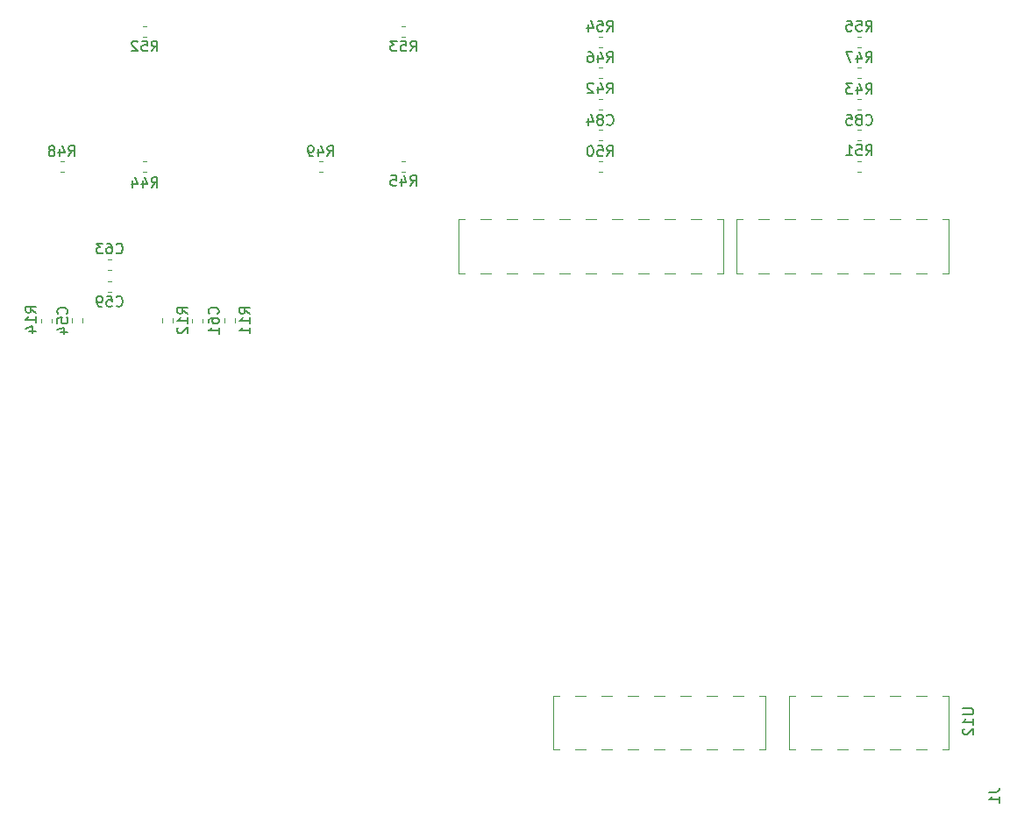
<source format=gbr>
G04 #@! TF.GenerationSoftware,KiCad,Pcbnew,(5.1.4)-1*
G04 #@! TF.CreationDate,2019-11-16T11:12:50+01:00*
G04 #@! TF.ProjectId,fpga_pedal,66706761-5f70-4656-9461-6c2e6b696361,rev?*
G04 #@! TF.SameCoordinates,Original*
G04 #@! TF.FileFunction,Legend,Bot*
G04 #@! TF.FilePolarity,Positive*
%FSLAX46Y46*%
G04 Gerber Fmt 4.6, Leading zero omitted, Abs format (unit mm)*
G04 Created by KiCad (PCBNEW (5.1.4)-1) date 2019-11-16 11:12:50*
%MOMM*%
%LPD*%
G04 APERTURE LIST*
%ADD10C,0.120000*%
%ADD11C,0.150000*%
G04 APERTURE END LIST*
D10*
X224671267Y-62690000D02*
X224328733Y-62690000D01*
X224671267Y-63710000D02*
X224328733Y-63710000D01*
X215420000Y-125530000D02*
X215420000Y-120330000D01*
X209770000Y-125530000D02*
X210790000Y-125530000D01*
X199610000Y-120330000D02*
X200630000Y-120330000D01*
X202150000Y-125530000D02*
X203170000Y-125530000D01*
X212310000Y-125530000D02*
X213330000Y-125530000D01*
X202150000Y-120330000D02*
X203170000Y-120330000D01*
X194980000Y-120330000D02*
X195550000Y-120330000D01*
X194980000Y-125530000D02*
X195550000Y-125530000D01*
X209770000Y-120330000D02*
X210790000Y-120330000D01*
X199610000Y-125530000D02*
X200630000Y-125530000D01*
X197070000Y-125530000D02*
X198090000Y-125530000D01*
X207230000Y-120330000D02*
X208250000Y-120330000D01*
X204690000Y-125530000D02*
X205710000Y-125530000D01*
X214850000Y-120330000D02*
X215420000Y-120330000D01*
X207230000Y-125530000D02*
X208250000Y-125530000D01*
X197070000Y-120330000D02*
X198090000Y-120330000D01*
X194980000Y-125530000D02*
X194980000Y-120330000D01*
X214850000Y-125530000D02*
X215420000Y-125530000D01*
X204690000Y-120330000D02*
X205710000Y-120330000D01*
X212310000Y-120330000D02*
X213330000Y-120330000D01*
X232550000Y-125530000D02*
X233120000Y-125530000D01*
X219850000Y-125530000D02*
X220870000Y-125530000D01*
X222390000Y-125530000D02*
X223410000Y-125530000D01*
X222390000Y-120330000D02*
X223410000Y-120330000D01*
X224930000Y-125530000D02*
X225950000Y-125530000D01*
X224930000Y-120330000D02*
X225950000Y-120330000D01*
X232550000Y-120330000D02*
X233120000Y-120330000D01*
X219850000Y-120330000D02*
X220870000Y-120330000D01*
X217760000Y-120330000D02*
X218330000Y-120330000D01*
X217760000Y-125530000D02*
X218330000Y-125530000D01*
X217760000Y-125530000D02*
X217760000Y-120330000D01*
X233120000Y-125530000D02*
X233120000Y-120330000D01*
X227470000Y-125530000D02*
X228490000Y-125530000D01*
X230010000Y-125530000D02*
X231030000Y-125530000D01*
X230010000Y-120330000D02*
X231030000Y-120330000D01*
X227470000Y-120330000D02*
X228490000Y-120330000D01*
X185820000Y-79520000D02*
X186390000Y-79520000D01*
X195530000Y-74320000D02*
X196550000Y-74320000D01*
X198070000Y-74320000D02*
X199090000Y-74320000D01*
X200610000Y-79520000D02*
X201630000Y-79520000D01*
X200610000Y-74320000D02*
X201630000Y-74320000D01*
X210770000Y-79520000D02*
X211340000Y-79520000D01*
X187910000Y-79520000D02*
X188930000Y-79520000D01*
X190450000Y-79520000D02*
X191470000Y-79520000D01*
X192990000Y-79520000D02*
X194010000Y-79520000D01*
X192990000Y-74320000D02*
X194010000Y-74320000D01*
X205690000Y-79520000D02*
X206710000Y-79520000D01*
X211340000Y-79520000D02*
X211340000Y-74320000D01*
X208230000Y-74320000D02*
X209250000Y-74320000D01*
X185820000Y-79520000D02*
X185820000Y-74320000D01*
X185820000Y-74320000D02*
X186390000Y-74320000D01*
X190450000Y-74320000D02*
X191470000Y-74320000D01*
X195530000Y-79520000D02*
X196550000Y-79520000D01*
X205690000Y-74320000D02*
X206710000Y-74320000D01*
X208230000Y-79520000D02*
X209250000Y-79520000D01*
X203150000Y-74320000D02*
X204170000Y-74320000D01*
X198070000Y-79520000D02*
X199090000Y-79520000D01*
X203150000Y-79520000D02*
X204170000Y-79520000D01*
X210770000Y-74320000D02*
X211340000Y-74320000D01*
X187910000Y-74320000D02*
X188930000Y-74320000D01*
X232550000Y-74320000D02*
X233120000Y-74320000D01*
X224930000Y-74320000D02*
X225950000Y-74320000D01*
X214770000Y-79520000D02*
X215790000Y-79520000D01*
X227470000Y-74320000D02*
X228490000Y-74320000D01*
X230010000Y-74320000D02*
X231030000Y-74320000D01*
X224930000Y-79520000D02*
X225950000Y-79520000D01*
X214770000Y-74320000D02*
X215790000Y-74320000D01*
X217310000Y-79520000D02*
X218330000Y-79520000D01*
X219850000Y-74320000D02*
X220870000Y-74320000D01*
X230010000Y-79520000D02*
X231030000Y-79520000D01*
X222390000Y-74320000D02*
X223410000Y-74320000D01*
X227470000Y-79520000D02*
X228490000Y-79520000D01*
X233120000Y-79520000D02*
X233120000Y-74320000D01*
X212680000Y-74320000D02*
X213250000Y-74320000D01*
X212680000Y-79520000D02*
X212680000Y-74320000D01*
X212680000Y-79520000D02*
X213250000Y-79520000D01*
X232550000Y-79520000D02*
X233120000Y-79520000D01*
X217310000Y-74320000D02*
X218330000Y-74320000D01*
X219850000Y-79520000D02*
X220870000Y-79520000D01*
X222390000Y-79520000D02*
X223410000Y-79520000D01*
X151928733Y-80290000D02*
X152271267Y-80290000D01*
X151928733Y-81310000D02*
X152271267Y-81310000D01*
X146510000Y-83968733D02*
X146510000Y-84311267D01*
X145490000Y-83968733D02*
X145490000Y-84311267D01*
X158210000Y-83918733D02*
X158210000Y-84261267D01*
X157190000Y-83918733D02*
X157190000Y-84261267D01*
X164210000Y-83918733D02*
X164210000Y-84261267D01*
X163190000Y-83918733D02*
X163190000Y-84261267D01*
X151928733Y-78190000D02*
X152271267Y-78190000D01*
X151928733Y-79210000D02*
X152271267Y-79210000D01*
X161110000Y-83928733D02*
X161110000Y-84271267D01*
X160090000Y-83928733D02*
X160090000Y-84271267D01*
X148490000Y-84261267D02*
X148490000Y-83918733D01*
X149510000Y-84261267D02*
X149510000Y-83918733D01*
X199671267Y-65690000D02*
X199328733Y-65690000D01*
X199671267Y-66710000D02*
X199328733Y-66710000D01*
X224671267Y-66710000D02*
X224328733Y-66710000D01*
X224671267Y-65690000D02*
X224328733Y-65690000D01*
X199671267Y-63710000D02*
X199328733Y-63710000D01*
X199671267Y-62690000D02*
X199328733Y-62690000D01*
X155328733Y-68690000D02*
X155671267Y-68690000D01*
X155328733Y-69710000D02*
X155671267Y-69710000D01*
X180328733Y-68690000D02*
X180671267Y-68690000D01*
X180328733Y-69710000D02*
X180671267Y-69710000D01*
X199328733Y-59690000D02*
X199671267Y-59690000D01*
X199328733Y-60710000D02*
X199671267Y-60710000D01*
X224328733Y-60710000D02*
X224671267Y-60710000D01*
X224328733Y-59690000D02*
X224671267Y-59690000D01*
X147671267Y-68690000D02*
X147328733Y-68690000D01*
X147671267Y-69710000D02*
X147328733Y-69710000D01*
X172671267Y-68690000D02*
X172328733Y-68690000D01*
X172671267Y-69710000D02*
X172328733Y-69710000D01*
X199671267Y-68690000D02*
X199328733Y-68690000D01*
X199671267Y-69710000D02*
X199328733Y-69710000D01*
X224671267Y-69710000D02*
X224328733Y-69710000D01*
X224671267Y-68690000D02*
X224328733Y-68690000D01*
X155328733Y-56710000D02*
X155671267Y-56710000D01*
X155328733Y-55690000D02*
X155671267Y-55690000D01*
X180328733Y-55690000D02*
X180671267Y-55690000D01*
X180328733Y-56710000D02*
X180671267Y-56710000D01*
X199328733Y-57710000D02*
X199671267Y-57710000D01*
X199328733Y-56690000D02*
X199671267Y-56690000D01*
X224328733Y-56690000D02*
X224671267Y-56690000D01*
X224328733Y-57710000D02*
X224671267Y-57710000D01*
D11*
X225142857Y-62222380D02*
X225476190Y-61746190D01*
X225714285Y-62222380D02*
X225714285Y-61222380D01*
X225333333Y-61222380D01*
X225238095Y-61270000D01*
X225190476Y-61317619D01*
X225142857Y-61412857D01*
X225142857Y-61555714D01*
X225190476Y-61650952D01*
X225238095Y-61698571D01*
X225333333Y-61746190D01*
X225714285Y-61746190D01*
X224285714Y-61555714D02*
X224285714Y-62222380D01*
X224523809Y-61174761D02*
X224761904Y-61889047D01*
X224142857Y-61889047D01*
X223857142Y-61222380D02*
X223238095Y-61222380D01*
X223571428Y-61603333D01*
X223428571Y-61603333D01*
X223333333Y-61650952D01*
X223285714Y-61698571D01*
X223238095Y-61793809D01*
X223238095Y-62031904D01*
X223285714Y-62127142D01*
X223333333Y-62174761D01*
X223428571Y-62222380D01*
X223714285Y-62222380D01*
X223809523Y-62174761D01*
X223857142Y-62127142D01*
X237012380Y-129676666D02*
X237726666Y-129676666D01*
X237869523Y-129629047D01*
X237964761Y-129533809D01*
X238012380Y-129390952D01*
X238012380Y-129295714D01*
X238012380Y-130676666D02*
X238012380Y-130105238D01*
X238012380Y-130390952D02*
X237012380Y-130390952D01*
X237155238Y-130295714D01*
X237250476Y-130200476D01*
X237298095Y-130105238D01*
X234522380Y-121591904D02*
X235331904Y-121591904D01*
X235427142Y-121639523D01*
X235474761Y-121687142D01*
X235522380Y-121782380D01*
X235522380Y-121972857D01*
X235474761Y-122068095D01*
X235427142Y-122115714D01*
X235331904Y-122163333D01*
X234522380Y-122163333D01*
X235522380Y-123163333D02*
X235522380Y-122591904D01*
X235522380Y-122877619D02*
X234522380Y-122877619D01*
X234665238Y-122782380D01*
X234760476Y-122687142D01*
X234808095Y-122591904D01*
X234617619Y-123544285D02*
X234570000Y-123591904D01*
X234522380Y-123687142D01*
X234522380Y-123925238D01*
X234570000Y-124020476D01*
X234617619Y-124068095D01*
X234712857Y-124115714D01*
X234808095Y-124115714D01*
X234950952Y-124068095D01*
X235522380Y-123496666D01*
X235522380Y-124115714D01*
X152742857Y-82657142D02*
X152790476Y-82704761D01*
X152933333Y-82752380D01*
X153028571Y-82752380D01*
X153171428Y-82704761D01*
X153266666Y-82609523D01*
X153314285Y-82514285D01*
X153361904Y-82323809D01*
X153361904Y-82180952D01*
X153314285Y-81990476D01*
X153266666Y-81895238D01*
X153171428Y-81800000D01*
X153028571Y-81752380D01*
X152933333Y-81752380D01*
X152790476Y-81800000D01*
X152742857Y-81847619D01*
X151838095Y-81752380D02*
X152314285Y-81752380D01*
X152361904Y-82228571D01*
X152314285Y-82180952D01*
X152219047Y-82133333D01*
X151980952Y-82133333D01*
X151885714Y-82180952D01*
X151838095Y-82228571D01*
X151790476Y-82323809D01*
X151790476Y-82561904D01*
X151838095Y-82657142D01*
X151885714Y-82704761D01*
X151980952Y-82752380D01*
X152219047Y-82752380D01*
X152314285Y-82704761D01*
X152361904Y-82657142D01*
X151314285Y-82752380D02*
X151123809Y-82752380D01*
X151028571Y-82704761D01*
X150980952Y-82657142D01*
X150885714Y-82514285D01*
X150838095Y-82323809D01*
X150838095Y-81942857D01*
X150885714Y-81847619D01*
X150933333Y-81800000D01*
X151028571Y-81752380D01*
X151219047Y-81752380D01*
X151314285Y-81800000D01*
X151361904Y-81847619D01*
X151409523Y-81942857D01*
X151409523Y-82180952D01*
X151361904Y-82276190D01*
X151314285Y-82323809D01*
X151219047Y-82371428D01*
X151028571Y-82371428D01*
X150933333Y-82323809D01*
X150885714Y-82276190D01*
X150838095Y-82180952D01*
X145002380Y-83347142D02*
X144526190Y-83013809D01*
X145002380Y-82775714D02*
X144002380Y-82775714D01*
X144002380Y-83156666D01*
X144050000Y-83251904D01*
X144097619Y-83299523D01*
X144192857Y-83347142D01*
X144335714Y-83347142D01*
X144430952Y-83299523D01*
X144478571Y-83251904D01*
X144526190Y-83156666D01*
X144526190Y-82775714D01*
X145002380Y-84299523D02*
X145002380Y-83728095D01*
X145002380Y-84013809D02*
X144002380Y-84013809D01*
X144145238Y-83918571D01*
X144240476Y-83823333D01*
X144288095Y-83728095D01*
X144335714Y-85156666D02*
X145002380Y-85156666D01*
X143954761Y-84918571D02*
X144669047Y-84680476D01*
X144669047Y-85299523D01*
X159652380Y-83447142D02*
X159176190Y-83113809D01*
X159652380Y-82875714D02*
X158652380Y-82875714D01*
X158652380Y-83256666D01*
X158700000Y-83351904D01*
X158747619Y-83399523D01*
X158842857Y-83447142D01*
X158985714Y-83447142D01*
X159080952Y-83399523D01*
X159128571Y-83351904D01*
X159176190Y-83256666D01*
X159176190Y-82875714D01*
X159652380Y-84399523D02*
X159652380Y-83828095D01*
X159652380Y-84113809D02*
X158652380Y-84113809D01*
X158795238Y-84018571D01*
X158890476Y-83923333D01*
X158938095Y-83828095D01*
X158747619Y-84780476D02*
X158700000Y-84828095D01*
X158652380Y-84923333D01*
X158652380Y-85161428D01*
X158700000Y-85256666D01*
X158747619Y-85304285D01*
X158842857Y-85351904D01*
X158938095Y-85351904D01*
X159080952Y-85304285D01*
X159652380Y-84732857D01*
X159652380Y-85351904D01*
X165652380Y-83447142D02*
X165176190Y-83113809D01*
X165652380Y-82875714D02*
X164652380Y-82875714D01*
X164652380Y-83256666D01*
X164700000Y-83351904D01*
X164747619Y-83399523D01*
X164842857Y-83447142D01*
X164985714Y-83447142D01*
X165080952Y-83399523D01*
X165128571Y-83351904D01*
X165176190Y-83256666D01*
X165176190Y-82875714D01*
X165652380Y-84399523D02*
X165652380Y-83828095D01*
X165652380Y-84113809D02*
X164652380Y-84113809D01*
X164795238Y-84018571D01*
X164890476Y-83923333D01*
X164938095Y-83828095D01*
X165652380Y-85351904D02*
X165652380Y-84780476D01*
X165652380Y-85066190D02*
X164652380Y-85066190D01*
X164795238Y-84970952D01*
X164890476Y-84875714D01*
X164938095Y-84780476D01*
X152742857Y-77557142D02*
X152790476Y-77604761D01*
X152933333Y-77652380D01*
X153028571Y-77652380D01*
X153171428Y-77604761D01*
X153266666Y-77509523D01*
X153314285Y-77414285D01*
X153361904Y-77223809D01*
X153361904Y-77080952D01*
X153314285Y-76890476D01*
X153266666Y-76795238D01*
X153171428Y-76700000D01*
X153028571Y-76652380D01*
X152933333Y-76652380D01*
X152790476Y-76700000D01*
X152742857Y-76747619D01*
X151885714Y-76652380D02*
X152076190Y-76652380D01*
X152171428Y-76700000D01*
X152219047Y-76747619D01*
X152314285Y-76890476D01*
X152361904Y-77080952D01*
X152361904Y-77461904D01*
X152314285Y-77557142D01*
X152266666Y-77604761D01*
X152171428Y-77652380D01*
X151980952Y-77652380D01*
X151885714Y-77604761D01*
X151838095Y-77557142D01*
X151790476Y-77461904D01*
X151790476Y-77223809D01*
X151838095Y-77128571D01*
X151885714Y-77080952D01*
X151980952Y-77033333D01*
X152171428Y-77033333D01*
X152266666Y-77080952D01*
X152314285Y-77128571D01*
X152361904Y-77223809D01*
X151457142Y-76652380D02*
X150838095Y-76652380D01*
X151171428Y-77033333D01*
X151028571Y-77033333D01*
X150933333Y-77080952D01*
X150885714Y-77128571D01*
X150838095Y-77223809D01*
X150838095Y-77461904D01*
X150885714Y-77557142D01*
X150933333Y-77604761D01*
X151028571Y-77652380D01*
X151314285Y-77652380D01*
X151409523Y-77604761D01*
X151457142Y-77557142D01*
X162557142Y-83457142D02*
X162604761Y-83409523D01*
X162652380Y-83266666D01*
X162652380Y-83171428D01*
X162604761Y-83028571D01*
X162509523Y-82933333D01*
X162414285Y-82885714D01*
X162223809Y-82838095D01*
X162080952Y-82838095D01*
X161890476Y-82885714D01*
X161795238Y-82933333D01*
X161700000Y-83028571D01*
X161652380Y-83171428D01*
X161652380Y-83266666D01*
X161700000Y-83409523D01*
X161747619Y-83457142D01*
X161652380Y-84314285D02*
X161652380Y-84123809D01*
X161700000Y-84028571D01*
X161747619Y-83980952D01*
X161890476Y-83885714D01*
X162080952Y-83838095D01*
X162461904Y-83838095D01*
X162557142Y-83885714D01*
X162604761Y-83933333D01*
X162652380Y-84028571D01*
X162652380Y-84219047D01*
X162604761Y-84314285D01*
X162557142Y-84361904D01*
X162461904Y-84409523D01*
X162223809Y-84409523D01*
X162128571Y-84361904D01*
X162080952Y-84314285D01*
X162033333Y-84219047D01*
X162033333Y-84028571D01*
X162080952Y-83933333D01*
X162128571Y-83885714D01*
X162223809Y-83838095D01*
X162652380Y-85361904D02*
X162652380Y-84790476D01*
X162652380Y-85076190D02*
X161652380Y-85076190D01*
X161795238Y-84980952D01*
X161890476Y-84885714D01*
X161938095Y-84790476D01*
X147957142Y-83447142D02*
X148004761Y-83399523D01*
X148052380Y-83256666D01*
X148052380Y-83161428D01*
X148004761Y-83018571D01*
X147909523Y-82923333D01*
X147814285Y-82875714D01*
X147623809Y-82828095D01*
X147480952Y-82828095D01*
X147290476Y-82875714D01*
X147195238Y-82923333D01*
X147100000Y-83018571D01*
X147052380Y-83161428D01*
X147052380Y-83256666D01*
X147100000Y-83399523D01*
X147147619Y-83447142D01*
X147052380Y-84351904D02*
X147052380Y-83875714D01*
X147528571Y-83828095D01*
X147480952Y-83875714D01*
X147433333Y-83970952D01*
X147433333Y-84209047D01*
X147480952Y-84304285D01*
X147528571Y-84351904D01*
X147623809Y-84399523D01*
X147861904Y-84399523D01*
X147957142Y-84351904D01*
X148004761Y-84304285D01*
X148052380Y-84209047D01*
X148052380Y-83970952D01*
X148004761Y-83875714D01*
X147957142Y-83828095D01*
X147385714Y-85256666D02*
X148052380Y-85256666D01*
X147004761Y-85018571D02*
X147719047Y-84780476D01*
X147719047Y-85399523D01*
X200142857Y-65127142D02*
X200190476Y-65174761D01*
X200333333Y-65222380D01*
X200428571Y-65222380D01*
X200571428Y-65174761D01*
X200666666Y-65079523D01*
X200714285Y-64984285D01*
X200761904Y-64793809D01*
X200761904Y-64650952D01*
X200714285Y-64460476D01*
X200666666Y-64365238D01*
X200571428Y-64270000D01*
X200428571Y-64222380D01*
X200333333Y-64222380D01*
X200190476Y-64270000D01*
X200142857Y-64317619D01*
X199571428Y-64650952D02*
X199666666Y-64603333D01*
X199714285Y-64555714D01*
X199761904Y-64460476D01*
X199761904Y-64412857D01*
X199714285Y-64317619D01*
X199666666Y-64270000D01*
X199571428Y-64222380D01*
X199380952Y-64222380D01*
X199285714Y-64270000D01*
X199238095Y-64317619D01*
X199190476Y-64412857D01*
X199190476Y-64460476D01*
X199238095Y-64555714D01*
X199285714Y-64603333D01*
X199380952Y-64650952D01*
X199571428Y-64650952D01*
X199666666Y-64698571D01*
X199714285Y-64746190D01*
X199761904Y-64841428D01*
X199761904Y-65031904D01*
X199714285Y-65127142D01*
X199666666Y-65174761D01*
X199571428Y-65222380D01*
X199380952Y-65222380D01*
X199285714Y-65174761D01*
X199238095Y-65127142D01*
X199190476Y-65031904D01*
X199190476Y-64841428D01*
X199238095Y-64746190D01*
X199285714Y-64698571D01*
X199380952Y-64650952D01*
X198333333Y-64555714D02*
X198333333Y-65222380D01*
X198571428Y-64174761D02*
X198809523Y-64889047D01*
X198190476Y-64889047D01*
X225142857Y-65127142D02*
X225190476Y-65174761D01*
X225333333Y-65222380D01*
X225428571Y-65222380D01*
X225571428Y-65174761D01*
X225666666Y-65079523D01*
X225714285Y-64984285D01*
X225761904Y-64793809D01*
X225761904Y-64650952D01*
X225714285Y-64460476D01*
X225666666Y-64365238D01*
X225571428Y-64270000D01*
X225428571Y-64222380D01*
X225333333Y-64222380D01*
X225190476Y-64270000D01*
X225142857Y-64317619D01*
X224571428Y-64650952D02*
X224666666Y-64603333D01*
X224714285Y-64555714D01*
X224761904Y-64460476D01*
X224761904Y-64412857D01*
X224714285Y-64317619D01*
X224666666Y-64270000D01*
X224571428Y-64222380D01*
X224380952Y-64222380D01*
X224285714Y-64270000D01*
X224238095Y-64317619D01*
X224190476Y-64412857D01*
X224190476Y-64460476D01*
X224238095Y-64555714D01*
X224285714Y-64603333D01*
X224380952Y-64650952D01*
X224571428Y-64650952D01*
X224666666Y-64698571D01*
X224714285Y-64746190D01*
X224761904Y-64841428D01*
X224761904Y-65031904D01*
X224714285Y-65127142D01*
X224666666Y-65174761D01*
X224571428Y-65222380D01*
X224380952Y-65222380D01*
X224285714Y-65174761D01*
X224238095Y-65127142D01*
X224190476Y-65031904D01*
X224190476Y-64841428D01*
X224238095Y-64746190D01*
X224285714Y-64698571D01*
X224380952Y-64650952D01*
X223285714Y-64222380D02*
X223761904Y-64222380D01*
X223809523Y-64698571D01*
X223761904Y-64650952D01*
X223666666Y-64603333D01*
X223428571Y-64603333D01*
X223333333Y-64650952D01*
X223285714Y-64698571D01*
X223238095Y-64793809D01*
X223238095Y-65031904D01*
X223285714Y-65127142D01*
X223333333Y-65174761D01*
X223428571Y-65222380D01*
X223666666Y-65222380D01*
X223761904Y-65174761D01*
X223809523Y-65127142D01*
X200142857Y-62152380D02*
X200476190Y-61676190D01*
X200714285Y-62152380D02*
X200714285Y-61152380D01*
X200333333Y-61152380D01*
X200238095Y-61200000D01*
X200190476Y-61247619D01*
X200142857Y-61342857D01*
X200142857Y-61485714D01*
X200190476Y-61580952D01*
X200238095Y-61628571D01*
X200333333Y-61676190D01*
X200714285Y-61676190D01*
X199285714Y-61485714D02*
X199285714Y-62152380D01*
X199523809Y-61104761D02*
X199761904Y-61819047D01*
X199142857Y-61819047D01*
X198809523Y-61247619D02*
X198761904Y-61200000D01*
X198666666Y-61152380D01*
X198428571Y-61152380D01*
X198333333Y-61200000D01*
X198285714Y-61247619D01*
X198238095Y-61342857D01*
X198238095Y-61438095D01*
X198285714Y-61580952D01*
X198857142Y-62152380D01*
X198238095Y-62152380D01*
X156142857Y-71252380D02*
X156476190Y-70776190D01*
X156714285Y-71252380D02*
X156714285Y-70252380D01*
X156333333Y-70252380D01*
X156238095Y-70300000D01*
X156190476Y-70347619D01*
X156142857Y-70442857D01*
X156142857Y-70585714D01*
X156190476Y-70680952D01*
X156238095Y-70728571D01*
X156333333Y-70776190D01*
X156714285Y-70776190D01*
X155285714Y-70585714D02*
X155285714Y-71252380D01*
X155523809Y-70204761D02*
X155761904Y-70919047D01*
X155142857Y-70919047D01*
X154333333Y-70585714D02*
X154333333Y-71252380D01*
X154571428Y-70204761D02*
X154809523Y-70919047D01*
X154190476Y-70919047D01*
X181142857Y-71082380D02*
X181476190Y-70606190D01*
X181714285Y-71082380D02*
X181714285Y-70082380D01*
X181333333Y-70082380D01*
X181238095Y-70130000D01*
X181190476Y-70177619D01*
X181142857Y-70272857D01*
X181142857Y-70415714D01*
X181190476Y-70510952D01*
X181238095Y-70558571D01*
X181333333Y-70606190D01*
X181714285Y-70606190D01*
X180285714Y-70415714D02*
X180285714Y-71082380D01*
X180523809Y-70034761D02*
X180761904Y-70749047D01*
X180142857Y-70749047D01*
X179285714Y-70082380D02*
X179761904Y-70082380D01*
X179809523Y-70558571D01*
X179761904Y-70510952D01*
X179666666Y-70463333D01*
X179428571Y-70463333D01*
X179333333Y-70510952D01*
X179285714Y-70558571D01*
X179238095Y-70653809D01*
X179238095Y-70891904D01*
X179285714Y-70987142D01*
X179333333Y-71034761D01*
X179428571Y-71082380D01*
X179666666Y-71082380D01*
X179761904Y-71034761D01*
X179809523Y-70987142D01*
X200142857Y-59152380D02*
X200476190Y-58676190D01*
X200714285Y-59152380D02*
X200714285Y-58152380D01*
X200333333Y-58152380D01*
X200238095Y-58200000D01*
X200190476Y-58247619D01*
X200142857Y-58342857D01*
X200142857Y-58485714D01*
X200190476Y-58580952D01*
X200238095Y-58628571D01*
X200333333Y-58676190D01*
X200714285Y-58676190D01*
X199285714Y-58485714D02*
X199285714Y-59152380D01*
X199523809Y-58104761D02*
X199761904Y-58819047D01*
X199142857Y-58819047D01*
X198333333Y-58152380D02*
X198523809Y-58152380D01*
X198619047Y-58200000D01*
X198666666Y-58247619D01*
X198761904Y-58390476D01*
X198809523Y-58580952D01*
X198809523Y-58961904D01*
X198761904Y-59057142D01*
X198714285Y-59104761D01*
X198619047Y-59152380D01*
X198428571Y-59152380D01*
X198333333Y-59104761D01*
X198285714Y-59057142D01*
X198238095Y-58961904D01*
X198238095Y-58723809D01*
X198285714Y-58628571D01*
X198333333Y-58580952D01*
X198428571Y-58533333D01*
X198619047Y-58533333D01*
X198714285Y-58580952D01*
X198761904Y-58628571D01*
X198809523Y-58723809D01*
X225142857Y-59152380D02*
X225476190Y-58676190D01*
X225714285Y-59152380D02*
X225714285Y-58152380D01*
X225333333Y-58152380D01*
X225238095Y-58200000D01*
X225190476Y-58247619D01*
X225142857Y-58342857D01*
X225142857Y-58485714D01*
X225190476Y-58580952D01*
X225238095Y-58628571D01*
X225333333Y-58676190D01*
X225714285Y-58676190D01*
X224285714Y-58485714D02*
X224285714Y-59152380D01*
X224523809Y-58104761D02*
X224761904Y-58819047D01*
X224142857Y-58819047D01*
X223857142Y-58152380D02*
X223190476Y-58152380D01*
X223619047Y-59152380D01*
X148142857Y-68222380D02*
X148476190Y-67746190D01*
X148714285Y-68222380D02*
X148714285Y-67222380D01*
X148333333Y-67222380D01*
X148238095Y-67270000D01*
X148190476Y-67317619D01*
X148142857Y-67412857D01*
X148142857Y-67555714D01*
X148190476Y-67650952D01*
X148238095Y-67698571D01*
X148333333Y-67746190D01*
X148714285Y-67746190D01*
X147285714Y-67555714D02*
X147285714Y-68222380D01*
X147523809Y-67174761D02*
X147761904Y-67889047D01*
X147142857Y-67889047D01*
X146619047Y-67650952D02*
X146714285Y-67603333D01*
X146761904Y-67555714D01*
X146809523Y-67460476D01*
X146809523Y-67412857D01*
X146761904Y-67317619D01*
X146714285Y-67270000D01*
X146619047Y-67222380D01*
X146428571Y-67222380D01*
X146333333Y-67270000D01*
X146285714Y-67317619D01*
X146238095Y-67412857D01*
X146238095Y-67460476D01*
X146285714Y-67555714D01*
X146333333Y-67603333D01*
X146428571Y-67650952D01*
X146619047Y-67650952D01*
X146714285Y-67698571D01*
X146761904Y-67746190D01*
X146809523Y-67841428D01*
X146809523Y-68031904D01*
X146761904Y-68127142D01*
X146714285Y-68174761D01*
X146619047Y-68222380D01*
X146428571Y-68222380D01*
X146333333Y-68174761D01*
X146285714Y-68127142D01*
X146238095Y-68031904D01*
X146238095Y-67841428D01*
X146285714Y-67746190D01*
X146333333Y-67698571D01*
X146428571Y-67650952D01*
X173142857Y-68222380D02*
X173476190Y-67746190D01*
X173714285Y-68222380D02*
X173714285Y-67222380D01*
X173333333Y-67222380D01*
X173238095Y-67270000D01*
X173190476Y-67317619D01*
X173142857Y-67412857D01*
X173142857Y-67555714D01*
X173190476Y-67650952D01*
X173238095Y-67698571D01*
X173333333Y-67746190D01*
X173714285Y-67746190D01*
X172285714Y-67555714D02*
X172285714Y-68222380D01*
X172523809Y-67174761D02*
X172761904Y-67889047D01*
X172142857Y-67889047D01*
X171714285Y-68222380D02*
X171523809Y-68222380D01*
X171428571Y-68174761D01*
X171380952Y-68127142D01*
X171285714Y-67984285D01*
X171238095Y-67793809D01*
X171238095Y-67412857D01*
X171285714Y-67317619D01*
X171333333Y-67270000D01*
X171428571Y-67222380D01*
X171619047Y-67222380D01*
X171714285Y-67270000D01*
X171761904Y-67317619D01*
X171809523Y-67412857D01*
X171809523Y-67650952D01*
X171761904Y-67746190D01*
X171714285Y-67793809D01*
X171619047Y-67841428D01*
X171428571Y-67841428D01*
X171333333Y-67793809D01*
X171285714Y-67746190D01*
X171238095Y-67650952D01*
X200142857Y-68222380D02*
X200476190Y-67746190D01*
X200714285Y-68222380D02*
X200714285Y-67222380D01*
X200333333Y-67222380D01*
X200238095Y-67270000D01*
X200190476Y-67317619D01*
X200142857Y-67412857D01*
X200142857Y-67555714D01*
X200190476Y-67650952D01*
X200238095Y-67698571D01*
X200333333Y-67746190D01*
X200714285Y-67746190D01*
X199238095Y-67222380D02*
X199714285Y-67222380D01*
X199761904Y-67698571D01*
X199714285Y-67650952D01*
X199619047Y-67603333D01*
X199380952Y-67603333D01*
X199285714Y-67650952D01*
X199238095Y-67698571D01*
X199190476Y-67793809D01*
X199190476Y-68031904D01*
X199238095Y-68127142D01*
X199285714Y-68174761D01*
X199380952Y-68222380D01*
X199619047Y-68222380D01*
X199714285Y-68174761D01*
X199761904Y-68127142D01*
X198571428Y-67222380D02*
X198476190Y-67222380D01*
X198380952Y-67270000D01*
X198333333Y-67317619D01*
X198285714Y-67412857D01*
X198238095Y-67603333D01*
X198238095Y-67841428D01*
X198285714Y-68031904D01*
X198333333Y-68127142D01*
X198380952Y-68174761D01*
X198476190Y-68222380D01*
X198571428Y-68222380D01*
X198666666Y-68174761D01*
X198714285Y-68127142D01*
X198761904Y-68031904D01*
X198809523Y-67841428D01*
X198809523Y-67603333D01*
X198761904Y-67412857D01*
X198714285Y-67317619D01*
X198666666Y-67270000D01*
X198571428Y-67222380D01*
X225142857Y-68152380D02*
X225476190Y-67676190D01*
X225714285Y-68152380D02*
X225714285Y-67152380D01*
X225333333Y-67152380D01*
X225238095Y-67200000D01*
X225190476Y-67247619D01*
X225142857Y-67342857D01*
X225142857Y-67485714D01*
X225190476Y-67580952D01*
X225238095Y-67628571D01*
X225333333Y-67676190D01*
X225714285Y-67676190D01*
X224238095Y-67152380D02*
X224714285Y-67152380D01*
X224761904Y-67628571D01*
X224714285Y-67580952D01*
X224619047Y-67533333D01*
X224380952Y-67533333D01*
X224285714Y-67580952D01*
X224238095Y-67628571D01*
X224190476Y-67723809D01*
X224190476Y-67961904D01*
X224238095Y-68057142D01*
X224285714Y-68104761D01*
X224380952Y-68152380D01*
X224619047Y-68152380D01*
X224714285Y-68104761D01*
X224761904Y-68057142D01*
X223238095Y-68152380D02*
X223809523Y-68152380D01*
X223523809Y-68152380D02*
X223523809Y-67152380D01*
X223619047Y-67295238D01*
X223714285Y-67390476D01*
X223809523Y-67438095D01*
X156142857Y-58082380D02*
X156476190Y-57606190D01*
X156714285Y-58082380D02*
X156714285Y-57082380D01*
X156333333Y-57082380D01*
X156238095Y-57130000D01*
X156190476Y-57177619D01*
X156142857Y-57272857D01*
X156142857Y-57415714D01*
X156190476Y-57510952D01*
X156238095Y-57558571D01*
X156333333Y-57606190D01*
X156714285Y-57606190D01*
X155238095Y-57082380D02*
X155714285Y-57082380D01*
X155761904Y-57558571D01*
X155714285Y-57510952D01*
X155619047Y-57463333D01*
X155380952Y-57463333D01*
X155285714Y-57510952D01*
X155238095Y-57558571D01*
X155190476Y-57653809D01*
X155190476Y-57891904D01*
X155238095Y-57987142D01*
X155285714Y-58034761D01*
X155380952Y-58082380D01*
X155619047Y-58082380D01*
X155714285Y-58034761D01*
X155761904Y-57987142D01*
X154809523Y-57177619D02*
X154761904Y-57130000D01*
X154666666Y-57082380D01*
X154428571Y-57082380D01*
X154333333Y-57130000D01*
X154285714Y-57177619D01*
X154238095Y-57272857D01*
X154238095Y-57368095D01*
X154285714Y-57510952D01*
X154857142Y-58082380D01*
X154238095Y-58082380D01*
X181142857Y-58082380D02*
X181476190Y-57606190D01*
X181714285Y-58082380D02*
X181714285Y-57082380D01*
X181333333Y-57082380D01*
X181238095Y-57130000D01*
X181190476Y-57177619D01*
X181142857Y-57272857D01*
X181142857Y-57415714D01*
X181190476Y-57510952D01*
X181238095Y-57558571D01*
X181333333Y-57606190D01*
X181714285Y-57606190D01*
X180238095Y-57082380D02*
X180714285Y-57082380D01*
X180761904Y-57558571D01*
X180714285Y-57510952D01*
X180619047Y-57463333D01*
X180380952Y-57463333D01*
X180285714Y-57510952D01*
X180238095Y-57558571D01*
X180190476Y-57653809D01*
X180190476Y-57891904D01*
X180238095Y-57987142D01*
X180285714Y-58034761D01*
X180380952Y-58082380D01*
X180619047Y-58082380D01*
X180714285Y-58034761D01*
X180761904Y-57987142D01*
X179857142Y-57082380D02*
X179238095Y-57082380D01*
X179571428Y-57463333D01*
X179428571Y-57463333D01*
X179333333Y-57510952D01*
X179285714Y-57558571D01*
X179238095Y-57653809D01*
X179238095Y-57891904D01*
X179285714Y-57987142D01*
X179333333Y-58034761D01*
X179428571Y-58082380D01*
X179714285Y-58082380D01*
X179809523Y-58034761D01*
X179857142Y-57987142D01*
X200142857Y-56152380D02*
X200476190Y-55676190D01*
X200714285Y-56152380D02*
X200714285Y-55152380D01*
X200333333Y-55152380D01*
X200238095Y-55200000D01*
X200190476Y-55247619D01*
X200142857Y-55342857D01*
X200142857Y-55485714D01*
X200190476Y-55580952D01*
X200238095Y-55628571D01*
X200333333Y-55676190D01*
X200714285Y-55676190D01*
X199238095Y-55152380D02*
X199714285Y-55152380D01*
X199761904Y-55628571D01*
X199714285Y-55580952D01*
X199619047Y-55533333D01*
X199380952Y-55533333D01*
X199285714Y-55580952D01*
X199238095Y-55628571D01*
X199190476Y-55723809D01*
X199190476Y-55961904D01*
X199238095Y-56057142D01*
X199285714Y-56104761D01*
X199380952Y-56152380D01*
X199619047Y-56152380D01*
X199714285Y-56104761D01*
X199761904Y-56057142D01*
X198333333Y-55485714D02*
X198333333Y-56152380D01*
X198571428Y-55104761D02*
X198809523Y-55819047D01*
X198190476Y-55819047D01*
X225142857Y-56152380D02*
X225476190Y-55676190D01*
X225714285Y-56152380D02*
X225714285Y-55152380D01*
X225333333Y-55152380D01*
X225238095Y-55200000D01*
X225190476Y-55247619D01*
X225142857Y-55342857D01*
X225142857Y-55485714D01*
X225190476Y-55580952D01*
X225238095Y-55628571D01*
X225333333Y-55676190D01*
X225714285Y-55676190D01*
X224238095Y-55152380D02*
X224714285Y-55152380D01*
X224761904Y-55628571D01*
X224714285Y-55580952D01*
X224619047Y-55533333D01*
X224380952Y-55533333D01*
X224285714Y-55580952D01*
X224238095Y-55628571D01*
X224190476Y-55723809D01*
X224190476Y-55961904D01*
X224238095Y-56057142D01*
X224285714Y-56104761D01*
X224380952Y-56152380D01*
X224619047Y-56152380D01*
X224714285Y-56104761D01*
X224761904Y-56057142D01*
X223285714Y-55152380D02*
X223761904Y-55152380D01*
X223809523Y-55628571D01*
X223761904Y-55580952D01*
X223666666Y-55533333D01*
X223428571Y-55533333D01*
X223333333Y-55580952D01*
X223285714Y-55628571D01*
X223238095Y-55723809D01*
X223238095Y-55961904D01*
X223285714Y-56057142D01*
X223333333Y-56104761D01*
X223428571Y-56152380D01*
X223666666Y-56152380D01*
X223761904Y-56104761D01*
X223809523Y-56057142D01*
M02*

</source>
